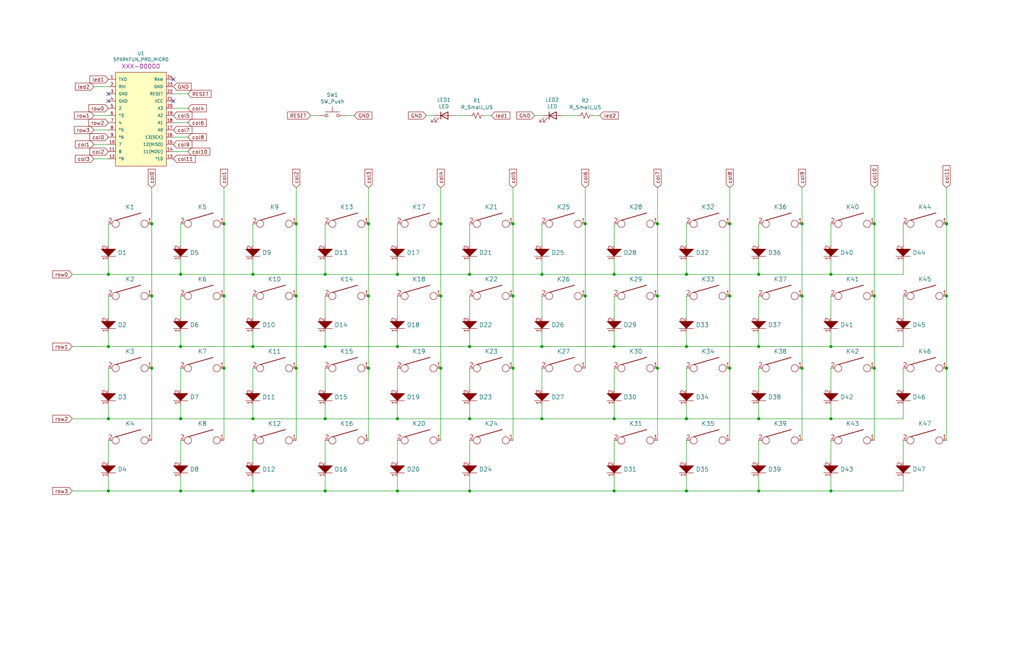
<source format=kicad_sch>
(kicad_sch (version 20230121) (generator eeschema)
  (paper "User" 359.994 229.997)
  (lib_symbols
    (symbol "Device:LED" (pin_numbers hide) (pin_names (offset 1.016) hide)
      (property "Reference" "D" (at 0 2.54 0))
      (property "Value" "LED" (at 0 -2.54 0))
      (symbol "LED_0_1"
        (polyline (pts (xy -1.27 -1.27) (xy -1.27 1.27)) (stroke (width 0.254)))
        (polyline (pts (xy -1.27 0) (xy 1.27 0)))
        (polyline (pts (xy 1.27 -1.27) (xy 1.27 1.27) (xy -1.27 0) (xy 1.27 -1.27)) (stroke (width 0.254)))
        (polyline (pts (xy -3.048 -0.762) (xy -4.572 -2.286) (xy -3.81 -2.286) (xy -4.572 -2.286) (xy -4.572 -1.524)))
        (polyline (pts (xy -1.778 -0.762) (xy -3.302 -2.286) (xy -2.54 -2.286) (xy -3.302 -2.286) (xy -3.302 -1.524)))
      )
      (symbol "LED_1_1"
        (pin passive line (at -3.81 0 0) (length 2.54) (name "K") (number "1"))
        (pin passive line (at 3.81 0 180) (length 2.54) (name "A") (number "2"))
      )
    )
    (symbol "Device:R_Small_US" (pin_numbers hide) (pin_names (offset 0.254) hide)
      (property "Reference" "R" (at 0.762 0.508 0))
      (property "Value" "R_Small_US" (at 0.762 -1.016 0))
      (symbol "R_Small_US_1_1"
        (polyline (pts (xy 0 0) (xy 1.016 -0.381) (xy 0 -0.762) (xy -1.016 -1.143) (xy 0 -1.524)))
        (polyline (pts (xy 0 1.524) (xy 1.016 1.143) (xy 0 0.762) (xy -1.016 0.381) (xy 0 0)))
        (pin passive line (at 0 2.54 270) (length 1.016) (name "~") (number "1"))
        (pin passive line (at 0 -2.54 90) (length 1.016) (name "~") (number "2"))
      )
    )
    (symbol "Switch:SW_Push" (pin_numbers hide) (pin_names (offset 1.016) hide)
      (property "Reference" "SW" (at 1.27 2.54 0))
      (property "Value" "SW_Push" (at 0 -1.524 0))
      (symbol "SW_Push_0_1"
        (circle (center -2.032 0) (radius 0.508))
        (polyline (pts (xy 0 1.27) (xy 0 3.048)))
        (polyline (pts (xy 2.54 1.27) (xy -2.54 1.27)))
        (circle (center 2.032 0) (radius 0.508))
        (pin passive line (at -5.08 0 0) (length 2.54) (name "1") (number "1"))
        (pin passive line (at 5.08 0 180) (length 2.54) (name "2") (number "2"))
      )
    )
    (symbol "code40-rescue:D-keyboard_parts" (pin_names (offset 1.016))
      (property "Reference" "D" (at -3.81 -1.27 90))
      (symbol "D-keyboard_parts_0_1"
        (polyline (pts (xy -2.54 0) (xy 2.54 0)))
        (polyline (pts (xy 0 0) (xy -2.54 -2.54) (xy 2.54 -2.54) (xy 0 0)) (fill (type outline)))
      )
      (symbol "D-keyboard_parts_1_1"
        (pin passive line (at 0 1.27 270) (length 1.27) (name "~") (number "1"))
        (pin passive line (at 0 -3.81 90) (length 1.27) (name "~") (number "2"))
      )
    )
    (symbol "code40-rescue:KEYSW-keyboard_parts" (pin_names (offset 1.016))
      (property "Reference" "K?" (at -1.27 0 0))
      (symbol "KEYSW-keyboard_parts_0_1"
        (circle (center -5.08 0) (radius 1.27))
        (polyline (pts (xy -5.08 1.27) (xy 3.81 3.81)) (stroke (width 0.254)))
        (circle (center 5.08 0) (radius 1.27))
      )
      (symbol "KEYSW-keyboard_parts_1_1"
        (pin passive line (at 7.62 0 180) (length 1.27) (name "~") (number "1"))
        (pin passive line (at -7.62 0 0) (length 1.27) (name "~") (number "2"))
      )
    )
    (symbol "code40-rescue:SPARKFUN_PRO_MICRO-SparkFun-Boards" (pin_names (offset 1.016))
      (property "Reference" "B" (at -8.89 17.78 0))
      (property "Value" "SparkFun-Boards_SPARKFUN_PRO_MICRO" (at -8.89 -19.05 0))
      (property "Field4" "XXX-00000" (at 0 21.59 0))
      (symbol "SPARKFUN_PRO_MICRO-SparkFun-Boards_1_1"
        (polyline (pts (xy -8.89 16.51) (xy -8.89 -16.51) (xy 8.89 -16.51) (xy 8.89 16.51) (xy -8.89 16.51)) (fill (type background)))
        (pin bidirectional line (at -11.43 13.97 0) (length 2.54) (name "TXO") (number "1"))
        (pin bidirectional line (at -11.43 -8.89 0) (length 2.54) (name "7") (number "10"))
        (pin bidirectional line (at -11.43 -11.43 0) (length 2.54) (name "8") (number "11"))
        (pin bidirectional line (at -11.43 -13.97 0) (length 2.54) (name "*9") (number "12"))
        (pin bidirectional line (at 11.43 -13.97 180) (length 2.54) (name "*10") (number "13"))
        (pin bidirectional line (at 11.43 -11.43 180) (length 2.54) (name "11(MOSI)") (number "14"))
        (pin bidirectional line (at 11.43 -8.89 180) (length 2.54) (name "12(MISO)") (number "15"))
        (pin bidirectional line (at 11.43 -6.35 180) (length 2.54) (name "13(SCK)") (number "16"))
        (pin bidirectional line (at 11.43 -3.81 180) (length 2.54) (name "A0") (number "17"))
        (pin bidirectional line (at 11.43 -1.27 180) (length 2.54) (name "A1") (number "18"))
        (pin bidirectional line (at 11.43 1.27 180) (length 2.54) (name "A2") (number "19"))
        (pin bidirectional line (at -11.43 11.43 0) (length 2.54) (name "RXI") (number "2"))
        (pin bidirectional line (at 11.43 3.81 180) (length 2.54) (name "A3") (number "20"))
        (pin power_in line (at 11.43 6.35 180) (length 2.54) (name "VCC") (number "21"))
        (pin bidirectional line (at 11.43 8.89 180) (length 2.54) (name "RESET") (number "22"))
        (pin power_in line (at 11.43 11.43 180) (length 2.54) (name "GND") (number "23"))
        (pin power_in line (at 11.43 13.97 180) (length 2.54) (name "RAW") (number "24"))
        (pin power_in line (at -11.43 8.89 0) (length 2.54) (name "GND") (number "3"))
        (pin power_in line (at -11.43 6.35 0) (length 2.54) (name "GND") (number "4"))
        (pin bidirectional line (at -11.43 3.81 0) (length 2.54) (name "2") (number "5"))
        (pin bidirectional line (at -11.43 1.27 0) (length 2.54) (name "*3") (number "6"))
        (pin bidirectional line (at -11.43 -1.27 0) (length 2.54) (name "4") (number "7"))
        (pin bidirectional line (at -11.43 -3.81 0) (length 2.54) (name "*5") (number "8"))
        (pin bidirectional line (at -11.43 -6.35 0) (length 2.54) (name "*6") (number "9"))
      )
    )
  )
  (junction (at 139.7 121.92))
  (junction (at 332.74 104.14))
  (junction (at 215.9 172.72))
  (junction (at 165.1 121.92))
  (junction (at 63.5 147.32))
  (junction (at 78.74 104.14))
  (junction (at 139.7 147.32))
  (junction (at 78.74 129.54))
  (junction (at 88.9 121.92))
  (junction (at 38.1 96.52))
  (junction (at 241.3 147.32))
  (junction (at 104.14 129.54))
  (junction (at 139.7 96.52))
  (junction (at 266.7 121.92))
  (junction (at 154.94 104.14))
  (junction (at 114.3 147.32))
  (junction (at 88.9 96.52))
  (junction (at 281.94 104.14))
  (junction (at 241.3 121.92))
  (junction (at 292.1 96.52))
  (junction (at 165.1 96.52))
  (junction (at 256.54 129.54))
  (junction (at 38.1 121.92))
  (junction (at 63.5 121.92))
  (junction (at 231.14 129.54))
  (junction (at 215.9 147.32))
  (junction (at 38.1 147.32))
  (junction (at 266.7 147.32))
  (junction (at 215.9 96.52))
  (junction (at 281.94 129.54))
  (junction (at 180.34 104.14))
  (junction (at 165.1 172.72))
  (junction (at 190.5 147.32))
  (junction (at 38.1 172.72))
  (junction (at 281.94 78.74))
  (junction (at 231.14 78.74))
  (junction (at 256.54 78.74))
  (junction (at 266.7 172.72))
  (junction (at 53.34 78.74))
  (junction (at 205.74 104.14))
  (junction (at 307.34 78.74))
  (junction (at 332.74 129.54))
  (junction (at 104.14 78.74))
  (junction (at 215.9 121.92))
  (junction (at 307.34 104.14))
  (junction (at 154.94 78.74))
  (junction (at 129.54 129.54))
  (junction (at 114.3 96.52))
  (junction (at 180.34 78.74))
  (junction (at 129.54 104.14))
  (junction (at 231.14 104.14))
  (junction (at 114.3 172.72))
  (junction (at 165.1 147.32))
  (junction (at 307.34 129.54))
  (junction (at 292.1 121.92))
  (junction (at 241.3 96.52))
  (junction (at 205.74 78.74))
  (junction (at 63.5 96.52))
  (junction (at 292.1 147.32))
  (junction (at 129.54 78.74))
  (junction (at 292.1 172.72))
  (junction (at 114.3 121.92))
  (junction (at 190.5 121.92))
  (junction (at 180.34 129.54))
  (junction (at 190.5 96.52))
  (junction (at 266.7 96.52))
  (junction (at 88.9 147.32))
  (junction (at 332.74 78.74))
  (junction (at 104.14 104.14))
  (junction (at 53.34 104.14))
  (junction (at 256.54 104.14))
  (junction (at 78.74 78.74))
  (junction (at 63.5 172.72))
  (junction (at 139.7 172.72))
  (junction (at 241.3 172.72))
  (junction (at 88.9 172.72))
  (junction (at 53.34 129.54))
  (junction (at 154.94 129.54))
  (no_connect (at 60.96 27.94))
  (no_connect (at 38.1 35.56))
  (no_connect (at 38.1 33.02))
  (no_connect (at 60.96 35.56))
  (wire (pts (xy 139.7 96.52) (xy 139.7 91.44)))
  (wire (pts (xy 104.14 78.74) (xy 104.14 66.04)))
  (wire (pts (xy 165.1 40.64) (xy 160.02 40.64)))
  (wire (pts (xy 63.5 78.74) (xy 63.5 86.36)))
  (wire (pts (xy 88.9 121.92) (xy 88.9 116.84)))
  (wire (pts (xy 139.7 172.72) (xy 139.7 167.64)))
  (wire (pts (xy 165.1 96.52) (xy 165.1 91.44)))
  (wire (pts (xy 266.7 96.52) (xy 241.3 96.52)))
  (wire (pts (xy 266.7 121.92) (xy 241.3 121.92)))
  (wire (pts (xy 139.7 96.52) (xy 114.3 96.52)))
  (wire (pts (xy 307.34 78.74) (xy 307.34 66.04)))
  (wire (pts (xy 266.7 147.32) (xy 241.3 147.32)))
  (wire (pts (xy 114.3 172.72) (xy 88.9 172.72)))
  (wire (pts (xy 165.1 172.72) (xy 139.7 172.72)))
  (wire (pts (xy 241.3 172.72) (xy 241.3 167.64)))
  (wire (pts (xy 190.5 104.14) (xy 190.5 111.76)))
  (wire (pts (xy 317.5 91.44) (xy 317.5 96.52)))
  (wire (pts (xy 190.5 147.32) (xy 165.1 147.32)))
  (wire (pts (xy 292.1 121.92) (xy 266.7 121.92)))
  (wire (pts (xy 317.5 142.24) (xy 317.5 147.32)))
  (wire (pts (xy 317.5 116.84) (xy 317.5 121.92)))
  (wire (pts (xy 165.1 147.32) (xy 165.1 142.24)))
  (wire (pts (xy 104.14 78.74) (xy 104.14 104.14)))
  (wire (pts (xy 38.1 154.94) (xy 38.1 162.56)))
  (wire (pts (xy 88.9 172.72) (xy 63.5 172.72)))
  (wire (pts (xy 292.1 147.32) (xy 266.7 147.32)))
  (wire (pts (xy 215.9 78.74) (xy 215.9 86.36)))
  (wire (pts (xy 215.9 154.94) (xy 215.9 162.56)))
  (wire (pts (xy 266.7 121.92) (xy 266.7 116.84)))
  (wire (pts (xy 139.7 154.94) (xy 139.7 162.56)))
  (wire (pts (xy 63.5 154.94) (xy 63.5 162.56)))
  (wire (pts (xy 215.9 104.14) (xy 215.9 111.76)))
  (wire (pts (xy 292.1 172.72) (xy 292.1 167.64)))
  (wire (pts (xy 332.74 129.54) (xy 332.74 154.94)))
  (wire (pts (xy 266.7 172.72) (xy 241.3 172.72)))
  (wire (pts (xy 63.5 121.92) (xy 38.1 121.92)))
  (wire (pts (xy 53.34 104.14) (xy 53.34 129.54)))
  (wire (pts (xy 53.34 129.54) (xy 53.34 154.94)))
  (wire (pts (xy 215.9 121.92) (xy 190.5 121.92)))
  (wire (pts (xy 256.54 129.54) (xy 256.54 154.94)))
  (wire (pts (xy 241.3 121.92) (xy 215.9 121.92)))
  (wire (pts (xy 165.1 121.92) (xy 139.7 121.92)))
  (wire (pts (xy 180.34 129.54) (xy 180.34 154.94)))
  (wire (pts (xy 60.96 48.26) (xy 66.04 48.26)))
  (wire (pts (xy 78.74 78.74) (xy 78.74 66.04)))
  (wire (pts (xy 317.5 96.52) (xy 292.1 96.52)))
  (wire (pts (xy 317.5 121.92) (xy 292.1 121.92)))
  (wire (pts (xy 78.74 129.54) (xy 78.74 104.14)))
  (wire (pts (xy 165.1 96.52) (xy 139.7 96.52)))
  (wire (pts (xy 241.3 129.54) (xy 241.3 137.16)))
  (wire (pts (xy 170.18 40.64) (xy 172.72 40.64)))
  (wire (pts (xy 38.1 121.92) (xy 38.1 116.84)))
  (wire (pts (xy 241.3 96.52) (xy 241.3 91.44)))
  (wire (pts (xy 63.5 172.72) (xy 63.5 167.64)))
  (wire (pts (xy 190.5 78.74) (xy 190.5 86.36)))
  (wire (pts (xy 78.74 78.74) (xy 78.74 104.14)))
  (wire (pts (xy 241.3 154.94) (xy 241.3 162.56)))
  (wire (pts (xy 256.54 104.14) (xy 256.54 129.54)))
  (wire (pts (xy 165.1 78.74) (xy 165.1 86.36)))
  (wire (pts (xy 38.1 96.52) (xy 38.1 91.44)))
  (wire (pts (xy 139.7 147.32) (xy 139.7 142.24)))
  (wire (pts (xy 53.34 78.74) (xy 53.34 104.14)))
  (wire (pts (xy 63.5 96.52) (xy 63.5 91.44)))
  (wire (pts (xy 114.3 147.32) (xy 88.9 147.32)))
  (wire (pts (xy 190.5 129.54) (xy 190.5 137.16)))
  (wire (pts (xy 38.1 55.88) (xy 33.02 55.88)))
  (wire (pts (xy 241.3 96.52) (xy 215.9 96.52)))
  (wire (pts (xy 38.1 111.76) (xy 38.1 104.14)))
  (wire (pts (xy 332.74 78.74) (xy 332.74 104.14)))
  (wire (pts (xy 292.1 96.52) (xy 266.7 96.52)))
  (wire (pts (xy 317.5 172.72) (xy 292.1 172.72)))
  (wire (pts (xy 38.1 147.32) (xy 25.4 147.32)))
  (wire (pts (xy 190.5 96.52) (xy 165.1 96.52)))
  (wire (pts (xy 114.3 147.32) (xy 114.3 142.24)))
  (wire (pts (xy 292.1 129.54) (xy 292.1 137.16)))
  (wire (pts (xy 165.1 129.54) (xy 165.1 137.16)))
  (wire (pts (xy 139.7 104.14) (xy 139.7 111.76)))
  (wire (pts (xy 165.1 104.14) (xy 165.1 111.76)))
  (wire (pts (xy 38.1 45.72) (xy 33.02 45.72)))
  (wire (pts (xy 114.3 129.54) (xy 114.3 137.16)))
  (wire (pts (xy 114.3 121.92) (xy 114.3 116.84)))
  (wire (pts (xy 88.9 96.52) (xy 88.9 91.44)))
  (wire (pts (xy 231.14 78.74) (xy 231.14 104.14)))
  (wire (pts (xy 231.14 104.14) (xy 231.14 129.54)))
  (wire (pts (xy 180.34 104.14) (xy 180.34 129.54)))
  (wire (pts (xy 129.54 104.14) (xy 129.54 129.54)))
  (wire (pts (xy 281.94 78.74) (xy 281.94 66.04)))
  (wire (pts (xy 231.14 78.74) (xy 231.14 66.04)))
  (wire (pts (xy 139.7 121.92) (xy 139.7 116.84)))
  (wire (pts (xy 63.5 172.72) (xy 38.1 172.72)))
  (wire (pts (xy 165.1 121.92) (xy 165.1 116.84)))
  (wire (pts (xy 281.94 104.14) (xy 281.94 129.54)))
  (wire (pts (xy 307.34 129.54) (xy 307.34 104.14)))
  (wire (pts (xy 215.9 129.54) (xy 215.9 137.16)))
  (wire (pts (xy 88.9 154.94) (xy 88.9 162.56)))
  (wire (pts (xy 317.5 129.54) (xy 317.5 137.16)))
  (wire (pts (xy 292.1 147.32) (xy 292.1 142.24)))
  (wire (pts (xy 88.9 121.92) (xy 63.5 121.92)))
  (wire (pts (xy 63.5 147.32) (xy 63.5 142.24)))
  (wire (pts (xy 332.74 104.14) (xy 332.74 129.54)))
  (wire (pts (xy 266.7 96.52) (xy 266.7 91.44)))
  (wire (pts (xy 63.5 147.32) (xy 38.1 147.32)))
  (wire (pts (xy 88.9 147.32) (xy 63.5 147.32)))
  (wire (pts (xy 114.3 78.74) (xy 114.3 86.36)))
  (wire (pts (xy 154.94 78.74) (xy 154.94 66.04)))
  (wire (pts (xy 203.2 40.64) (xy 198.12 40.64)))
  (wire (pts (xy 111.76 40.64) (xy 109.22 40.64)))
  (wire (pts (xy 63.5 121.92) (xy 63.5 116.84)))
  (wire (pts (xy 124.46 40.64) (xy 121.92 40.64)))
  (wire (pts (xy 38.1 129.54) (xy 38.1 137.16)))
  (wire (pts (xy 292.1 121.92) (xy 292.1 116.84)))
  (wire (pts (xy 266.7 104.14) (xy 266.7 111.76)))
  (wire (pts (xy 307.34 129.54) (xy 307.34 154.94)))
  (wire (pts (xy 241.3 121.92) (xy 241.3 116.84)))
  (wire (pts (xy 307.34 78.74) (xy 307.34 104.14)))
  (wire (pts (xy 241.3 172.72) (xy 215.9 172.72)))
  (wire (pts (xy 154.94 78.74) (xy 154.94 104.14)))
  (wire (pts (xy 266.7 147.32) (xy 266.7 142.24)))
  (wire (pts (xy 165.1 172.72) (xy 165.1 167.64)))
  (wire (pts (xy 139.7 172.72) (xy 114.3 172.72)))
  (wire (pts (xy 63.5 96.52) (xy 38.1 96.52)))
  (wire (pts (xy 215.9 147.32) (xy 190.5 147.32)))
  (wire (pts (xy 332.74 78.74) (xy 332.74 66.04)))
  (wire (pts (xy 205.74 78.74) (xy 205.74 104.14)))
  (wire (pts (xy 215.9 172.72) (xy 165.1 172.72)))
  (wire (pts (xy 190.5 121.92) (xy 190.5 116.84)))
  (wire (pts (xy 180.34 78.74) (xy 180.34 66.04)))
  (wire (pts (xy 114.3 96.52) (xy 114.3 91.44)))
  (wire (pts (xy 266.7 154.94) (xy 266.7 162.56)))
  (wire (pts (xy 190.5 147.32) (xy 190.5 142.24)))
  (wire (pts (xy 78.74 129.54) (xy 78.74 154.94)))
  (wire (pts (xy 292.1 154.94) (xy 292.1 162.56)))
  (wire (pts (xy 129.54 78.74) (xy 129.54 104.14)))
  (wire (pts (xy 180.34 78.74) (xy 180.34 104.14)))
  (wire (pts (xy 215.9 147.32) (xy 215.9 142.24)))
  (wire (pts (xy 114.3 96.52) (xy 88.9 96.52)))
  (wire (pts (xy 104.14 104.14) (xy 104.14 129.54)))
  (wire (pts (xy 38.1 121.92) (xy 25.4 121.92)))
  (wire (pts (xy 292.1 172.72) (xy 266.7 172.72)))
  (wire (pts (xy 190.5 96.52) (xy 190.5 91.44)))
  (wire (pts (xy 38.1 78.74) (xy 38.1 86.36)))
  (wire (pts (xy 38.1 172.72) (xy 25.4 172.72)))
  (wire (pts (xy 88.9 172.72) (xy 88.9 167.64)))
  (wire (pts (xy 139.7 78.74) (xy 139.7 86.36)))
  (wire (pts (xy 154.94 129.54) (xy 154.94 104.14)))
  (wire (pts (xy 208.28 40.64) (xy 210.82 40.64)))
  (wire (pts (xy 241.3 78.74) (xy 241.3 86.36)))
  (wire (pts (xy 256.54 78.74) (xy 256.54 66.04)))
  (wire (pts (xy 152.4 40.64) (xy 149.86 40.64)))
  (wire (pts (xy 317.5 154.94) (xy 317.5 162.56)))
  (wire (pts (xy 281.94 129.54) (xy 281.94 154.94)))
  (wire (pts (xy 114.3 104.14) (xy 114.3 111.76)))
  (wire (pts (xy 215.9 121.92) (xy 215.9 116.84)))
  (wire (pts (xy 205.74 104.14) (xy 205.74 129.54)))
  (wire (pts (xy 114.3 121.92) (xy 88.9 121.92)))
  (wire (pts (xy 60.96 38.1) (xy 66.04 38.1)))
  (wire (pts (xy 38.1 50.8) (xy 33.02 50.8)))
  (wire (pts (xy 114.3 172.72) (xy 114.3 167.64)))
  (wire (pts (xy 215.9 172.72) (xy 215.9 167.64)))
  (wire (pts (xy 231.14 129.54) (xy 231.14 154.94)))
  (wire (pts (xy 256.54 78.74) (xy 256.54 104.14)))
  (wire (pts (xy 63.5 129.54) (xy 63.5 137.16)))
  (wire (pts (xy 129.54 129.54) (xy 129.54 154.94)))
  (wire (pts (xy 241.3 147.32) (xy 215.9 147.32)))
  (wire (pts (xy 266.7 172.72) (xy 266.7 167.64)))
  (wire (pts (xy 88.9 104.14) (xy 88.9 111.76)))
  (wire (pts (xy 129.54 78.74) (xy 129.54 66.04)))
  (wire (pts (xy 215.9 96.52) (xy 190.5 96.52)))
  (wire (pts (xy 281.94 78.74) (xy 281.94 104.14)))
  (wire (pts (xy 63.5 104.14) (xy 63.5 111.76)))
  (wire (pts (xy 38.1 40.64) (xy 33.02 40.64)))
  (wire (pts (xy 88.9 78.74) (xy 88.9 86.36)))
  (wire (pts (xy 317.5 104.14) (xy 317.5 111.76)))
  (wire (pts (xy 139.7 129.54) (xy 139.7 137.16)))
  (wire (pts (xy 114.3 154.94) (xy 114.3 162.56)))
  (wire (pts (xy 60.96 53.34) (xy 66.04 53.34)))
  (wire (pts (xy 88.9 147.32) (xy 88.9 142.24)))
  (wire (pts (xy 317.5 147.32) (xy 292.1 147.32)))
  (wire (pts (xy 38.1 172.72) (xy 38.1 167.64)))
  (wire (pts (xy 317.5 167.64) (xy 317.5 172.72)))
  (wire (pts (xy 88.9 129.54) (xy 88.9 137.16)))
  (wire (pts (xy 139.7 121.92) (xy 114.3 121.92)))
  (wire (pts (xy 165.1 154.94) (xy 165.1 162.56)))
  (wire (pts (xy 292.1 96.52) (xy 292.1 91.44)))
  (wire (pts (xy 154.94 129.54) (xy 154.94 154.94)))
  (wire (pts (xy 241.3 104.14) (xy 241.3 111.76)))
  (wire (pts (xy 317.5 78.74) (xy 317.5 86.36)))
  (wire (pts (xy 266.7 129.54) (xy 266.7 137.16)))
  (wire (pts (xy 60.96 33.02) (xy 66.04 33.02)))
  (wire (pts (xy 88.9 96.52) (xy 63.5 96.52)))
  (wire (pts (xy 190.5 40.64) (xy 187.96 40.64)))
  (wire (pts (xy 38.1 96.52) (xy 25.4 96.52)))
  (wire (pts (xy 165.1 147.32) (xy 139.7 147.32)))
  (wire (pts (xy 53.34 78.74) (xy 53.34 66.04)))
  (wire (pts (xy 205.74 78.74) (xy 205.74 66.04)))
  (wire (pts (xy 38.1 147.32) (xy 38.1 142.24)))
  (wire (pts (xy 38.1 30.48) (xy 33.02 30.48)))
  (wire (pts (xy 292.1 78.74) (xy 292.1 86.36)))
  (wire (pts (xy 190.5 121.92) (xy 165.1 121.92)))
  (wire (pts (xy 241.3 147.32) (xy 241.3 142.24)))
  (wire (pts (xy 266.7 78.74) (xy 266.7 86.36)))
  (wire (pts (xy 104.14 129.54) (xy 104.14 154.94)))
  (wire (pts (xy 292.1 104.14) (xy 292.1 111.76)))
  (wire (pts (xy 60.96 43.18) (xy 66.04 43.18)))
  (wire (pts (xy 215.9 96.52) (xy 215.9 91.44)))
  (wire (pts (xy 139.7 147.32) (xy 114.3 147.32)))
  (global_label "col8" (shape input) (at 256.54 66.04 90) (property "Intersheetrefs" "${INTERSHEET_REFS}" (effects hide)))
  (global_label "GND" (shape input) (at 124.46 40.64 0) (property "Intersheetrefs" "${INTERSHEET_REFS}" (effects hide)))
  (global_label "col0" (shape input) (at 53.34 66.04 90) (property "Intersheetrefs" "${INTERSHEET_REFS}" (effects hide)))
  (global_label "row3" (shape input) (at 33.02 45.72 180) (property "Intersheetrefs" "${INTERSHEET_REFS}" (effects hide)))
  (global_label "row3" (shape input) (at 25.4 172.72 180) (property "Intersheetrefs" "${INTERSHEET_REFS}" (effects hide)))
  (global_label "col3" (shape input) (at 33.02 55.88 180) (property "Intersheetrefs" "${INTERSHEET_REFS}" (effects hide)))
  (global_label "col5" (shape input) (at 60.96 40.64 0) (property "Intersheetrefs" "${INTERSHEET_REFS}" (effects hide)))
  (global_label "col1" (shape input) (at 33.02 50.8 180) (property "Intersheetrefs" "${INTERSHEET_REFS}" (effects hide)))
  (global_label "col9" (shape input) (at 60.96 50.8 0) (property "Intersheetrefs" "${INTERSHEET_REFS}" (effects hide)))
  (global_label "led1" (shape input) (at 172.72 40.64 0) (property "Intersheetrefs" "${INTERSHEET_REFS}" (effects hide)))
  (global_label "row0" (shape input) (at 38.1 38.1 180) (property "Intersheetrefs" "${INTERSHEET_REFS}" (effects hide)))
  (global_label "col9" (shape input) (at 281.94 66.04 90) (property "Intersheetrefs" "${INTERSHEET_REFS}" (effects hide)))
  (global_label "col1" (shape input) (at 78.74 66.04 90) (property "Intersheetrefs" "${INTERSHEET_REFS}" (effects hide)))
  (global_label "col0" (shape input) (at 38.1 48.26 180) (property "Intersheetrefs" "${INTERSHEET_REFS}" (effects hide)))
  (global_label "col6" (shape input) (at 205.74 66.04 90) (property "Intersheetrefs" "${INTERSHEET_REFS}" (effects hide)))
  (global_label "RESET" (shape input) (at 109.22 40.64 180) (property "Intersheetrefs" "${INTERSHEET_REFS}" (effects hide)))
  (global_label "RESET" (shape input) (at 66.04 33.02 0) (property "Intersheetrefs" "${INTERSHEET_REFS}" (effects hide)))
  (global_label "row1" (shape input) (at 33.02 40.64 180) (property "Intersheetrefs" "${INTERSHEET_REFS}" (effects hide)))
  (global_label "row2" (shape input) (at 25.4 147.32 180) (property "Intersheetrefs" "${INTERSHEET_REFS}" (effects hide)))
  (global_label "col4" (shape input) (at 66.04 38.1 0) (property "Intersheetrefs" "${INTERSHEET_REFS}" (effects hide)))
  (global_label "col11" (shape input) (at 60.96 55.88 0) (property "Intersheetrefs" "${INTERSHEET_REFS}" (effects hide)))
  (global_label "col10" (shape input) (at 66.04 53.34 0) (property "Intersheetrefs" "${INTERSHEET_REFS}" (effects hide)))
  (global_label "led1" (shape input) (at 38.1 27.94 180) (property "Intersheetrefs" "${INTERSHEET_REFS}" (effects hide)))
  (global_label "GND" (shape input) (at 60.96 30.48 0) (property "Intersheetrefs" "${INTERSHEET_REFS}" (effects hide)))
  (global_label "col7" (shape input) (at 60.96 45.72 0) (property "Intersheetrefs" "${INTERSHEET_REFS}" (effects hide)))
  (global_label "col11" (shape input) (at 332.74 66.04 90) (property "Intersheetrefs" "${INTERSHEET_REFS}" (effects hide)))
  (global_label "col4" (shape input) (at 154.94 66.04 90) (property "Intersheetrefs" "${INTERSHEET_REFS}" (effects hide)))
  (global_label "col10" (shape input) (at 307.34 66.04 90) (property "Intersheetrefs" "${INTERSHEET_REFS}" (effects hide)))
  (global_label "GND" (shape input) (at 187.96 40.64 180) (property "Intersheetrefs" "${INTERSHEET_REFS}" (effects hide)))
  (global_label "led2" (shape input) (at 33.02 30.48 180) (property "Intersheetrefs" "${INTERSHEET_REFS}" (effects hide)))
  (global_label "row2" (shape input) (at 38.1 43.18 180) (property "Intersheetrefs" "${INTERSHEET_REFS}" (effects hide)))
  (global_label "GND" (shape input) (at 149.86 40.64 180) (property "Intersheetrefs" "${INTERSHEET_REFS}" (effects hide)))
  (global_label "row1" (shape input) (at 25.4 121.92 180) (property "Intersheetrefs" "${INTERSHEET_REFS}" (effects hide)))
  (global_label "col2" (shape input) (at 104.14 66.04 90) (property "Intersheetrefs" "${INTERSHEET_REFS}" (effects hide)))
  (global_label "col3" (shape input) (at 129.54 66.04 90) (property "Intersheetrefs" "${INTERSHEET_REFS}" (effects hide)))
  (global_label "col6" (shape input) (at 66.04 43.18 0) (property "Intersheetrefs" "${INTERSHEET_REFS}" (effects hide)))
  (global_label "row0" (shape input) (at 25.4 96.52 180) (property "Intersheetrefs" "${INTERSHEET_REFS}" (effects hide)))
  (global_label "col2" (shape input) (at 38.1 53.34 180) (property "Intersheetrefs" "${INTERSHEET_REFS}" (effects hide)))
  (global_label "col5" (shape input) (at 180.34 66.04 90) (property "Intersheetrefs" "${INTERSHEET_REFS}" (effects hide)))
  (global_label "led2" (shape input) (at 210.82 40.64 0) (property "Intersheetrefs" "${INTERSHEET_REFS}" (effects hide)))
  (global_label "col8" (shape input) (at 66.04 48.26 0) (property "Intersheetrefs" "${INTERSHEET_REFS}" (effects hide)))
  (global_label "col7" (shape input) (at 231.14 66.04 90) (property "Intersheetrefs" "${INTERSHEET_REFS}" (effects hide)))
  (symbol (lib_id "code40-rescue:SPARKFUN_PRO_MICRO-SparkFun-Boards") (at 49.53 41.91 0) (unit 1)
    (property "Reference" "U1" (at 49.53 18.796 0) (effects (font (size 1.143 1.143))))
    (property "Value" "SPARKFUN_PRO_MICRO" (at 49.53 20.9296 0) (effects (font (size 1.143 1.143))))
    (property "Footprint" "Boards:SPARKFUN_PRO_MICRO" (effects hide))
    (property "Field4" "XXX-00000" (at 49.53 23.3426 0) (effects (font (size 1.524 1.524))))
  )
  (symbol (lib_id "Switch:SW_Push") (at 116.84 40.64 0) (unit 1)
    (property "Reference" "SW1" (at 116.84 33.401 0))
    (property "Value" "SW_Push" (at 116.84 35.7124 0))
    (property "Footprint" "Button_Switch_THT:SW_PUSH_6mm" (effects hide))
  )
  (symbol (lib_id "Device:LED") (at 156.21 40.64 0) (unit 1)
    (property "Reference" "LED1" (at 156.0322 35.1282 0))
    (property "Value" "LED" (at 156.0322 37.4396 0))
    (property "Footprint" "LED_THT:LED_D5.0mm" (effects hide))
  )
  (symbol (lib_id "Device:R_Small_US") (at 167.64 40.64 270) (unit 1)
    (property "Reference" "R1" (at 167.64 35.433 90))
    (property "Value" "R_Small_US" (at 167.64 37.7444 90))
    (property "Footprint" "Resistor_THT:R_Axial_DIN0207_L6.3mm_D2.5mm_P10.16mm_Horizontal" (effects hide))
  )
  (symbol (lib_id "code40-rescue:KEYSW-keyboard_parts") (at 71.12 78.74 0) (unit 1)
    (property "Reference" "K5" (at 71.12 72.8218 0) (effects (font (size 1.524 1.524))))
    (property "Value" "KEYSW" (effects hide))
    (property "Footprint" "keyboard_parts:SW_Cherry_MX_1.00u_PCB" (effects hide))
  )
  (symbol (lib_id "code40-rescue:KEYSW-keyboard_parts") (at 71.12 104.14 0) (unit 1)
    (property "Reference" "K6" (at 71.12 98.2218 0) (effects (font (size 1.524 1.524))))
    (property "Value" "KEYSW" (effects hide))
    (property "Footprint" "keyboard_parts:SW_Cherry_MX_1.00u_PCB" (effects hide))
  )
  (symbol (lib_id "code40-rescue:KEYSW-keyboard_parts") (at 71.12 129.54 0) (unit 1)
    (property "Reference" "K7" (at 71.12 123.6218 0) (effects (font (size 1.524 1.524))))
    (property "Value" "KEYSW" (effects hide))
    (property "Footprint" "keyboard_parts:SW_Cherry_MX_1.00u_PCB" (effects hide))
  )
  (symbol (lib_id "code40-rescue:KEYSW-keyboard_parts") (at 71.12 154.94 0) (unit 1)
    (property "Reference" "K8" (at 71.12 149.0218 0) (effects (font (size 1.524 1.524))))
    (property "Value" "KEYSW" (effects hide))
    (property "Footprint" "keyboard_parts:SW_Cherry_MX_1.00u_PCB" (effects hide))
  )
  (symbol (lib_id "code40-rescue:KEYSW-keyboard_parts") (at 96.52 78.74 0) (unit 1)
    (property "Reference" "K9" (at 96.52 72.8218 0) (effects (font (size 1.524 1.524))))
    (property "Value" "KEYSW" (effects hide))
    (property "Footprint" "keyboard_parts:SW_Cherry_MX_1.00u_PCB" (effects hide))
  )
  (symbol (lib_id "code40-rescue:KEYSW-keyboard_parts") (at 96.52 104.14 0) (unit 1)
    (property "Reference" "K10" (at 96.52 98.2218 0) (effects (font (size 1.524 1.524))))
    (property "Value" "KEYSW" (effects hide))
    (property "Footprint" "keyboard_parts:SW_Cherry_MX_1.00u_PCB" (effects hide))
  )
  (symbol (lib_id "code40-rescue:KEYSW-keyboard_parts") (at 96.52 129.54 0) (unit 1)
    (property "Reference" "K11" (at 96.52 123.6218 0) (effects (font (size 1.524 1.524))))
    (property "Value" "KEYSW" (effects hide))
    (property "Footprint" "keyboard_parts:SW_Cherry_MX_1.00u_PCB" (effects hide))
  )
  (symbol (lib_id "code40-rescue:KEYSW-keyboard_parts") (at 96.52 154.94 0) (unit 1)
    (property "Reference" "K12" (at 96.52 149.0218 0) (effects (font (size 1.524 1.524))))
    (property "Value" "KEYSW" (effects hide))
    (property "Footprint" "keyboard_parts:SW_Cherry_MX_1.00u_PCB" (effects hide))
  )
  (symbol (lib_id "code40-rescue:KEYSW-keyboard_parts") (at 121.92 78.74 0) (unit 1)
    (property "Reference" "K13" (at 121.92 72.8218 0) (effects (font (size 1.524 1.524))))
    (property "Value" "KEYSW" (effects hide))
    (property "Footprint" "keyboard_parts:SW_Cherry_MX_1.00u_PCB" (effects hide))
  )
  (symbol (lib_id "code40-rescue:KEYSW-keyboard_parts") (at 121.92 104.14 0) (unit 1)
    (property "Reference" "K14" (at 121.92 98.2218 0) (effects (font (size 1.524 1.524))))
    (property "Value" "KEYSW" (effects hide))
    (property "Footprint" "keyboard_parts:SW_Cherry_MX_1.00u_PCB" (effects hide))
  )
  (symbol (lib_id "code40-rescue:KEYSW-keyboard_parts") (at 121.92 129.54 0) (unit 1)
    (property "Reference" "K15" (at 121.92 123.6218 0) (effects (font (size 1.524 1.524))))
    (property "Value" "KEYSW" (effects hide))
    (property "Footprint" "keyboard_parts:SW_Cherry_MX_1.00u_PCB" (effects hide))
  )
  (symbol (lib_id "code40-rescue:KEYSW-keyboard_parts") (at 121.92 154.94 0) (unit 1)
    (property "Reference" "K16" (at 121.92 149.0218 0) (effects (font (size 1.524 1.524))))
    (property "Value" "KEYSW" (effects hide))
    (property "Footprint" "keyboard_parts:SW_Cherry_MX_1.00u_PCB" (effects hide))
  )
  (symbol (lib_id "code40-rescue:KEYSW-keyboard_parts") (at 147.32 78.74 0) (unit 1)
    (property "Reference" "K17" (at 147.32 72.8218 0) (effects (font (size 1.524 1.524))))
    (property "Value" "KEYSW" (effects hide))
    (property "Footprint" "keyboard_parts:SW_Cherry_MX_1.00u_PCB" (effects hide))
  )
  (symbol (lib_id "code40-rescue:KEYSW-keyboard_parts") (at 147.32 104.14 0) (unit 1)
    (property "Reference" "K18" (at 147.32 98.2218 0) (effects (font (size 1.524 1.524))))
    (property "Value" "KEYSW" (effects hide))
    (property "Footprint" "keyboard_parts:SW_Cherry_MX_1.00u_PCB" (effects hide))
  )
  (symbol (lib_id "code40-rescue:KEYSW-keyboard_parts") (at 147.32 129.54 0) (unit 1)
    (property "Reference" "K19" (at 147.32 123.6218 0) (effects (font (size 1.524 1.524))))
    (property "Value" "KEYSW" (effects hide))
    (property "Footprint" "keyboard_parts:SW_Cherry_MX_1.00u_PCB" (effects hide))
  )
  (symbol (lib_id "code40-rescue:KEYSW-keyboard_parts") (at 147.32 154.94 0) (unit 1)
    (property "Reference" "K20" (at 147.32 149.0218 0) (effects (font (size 1.524 1.524))))
    (property "Value" "KEYSW" (effects hide))
    (property "Footprint" "keyboard_parts:SW_Cherry_MX_1.00u_PCB" (effects hide))
  )
  (symbol (lib_id "code40-rescue:KEYSW-keyboard_parts") (at 172.72 78.74 0) (unit 1)
    (property "Reference" "K21" (at 172.72 72.8218 0) (effects (font (size 1.524 1.524))))
    (property "Value" "KEYSW" (effects hide))
    (property "Footprint" "keyboard_parts:SW_Cherry_MX_1.00u_PCB" (effects hide))
  )
  (symbol (lib_id "code40-rescue:KEYSW-keyboard_parts") (at 172.72 104.14 0) (unit 1)
    (property "Reference" "K22" (at 172.72 98.2218 0) (effects (font (size 1.524 1.524))))
    (property "Value" "KEYSW" (effects hide))
    (property "Footprint" "keyboard_parts:SW_Cherry_MX_1.00u_PCB" (effects hide))
  )
  (symbol (lib_id "code40-rescue:KEYSW-keyboard_parts") (at 172.72 129.54 0) (unit 1)
    (property "Reference" "K23" (at 172.72 123.6218 0) (effects (font (size 1.524 1.524))))
    (property "Value" "KEYSW" (effects hide))
    (property "Footprint" "keyboard_parts:SW_Cherry_MX_1.00u_PCB" (effects hide))
  )
  (symbol (lib_id "code40-rescue:KEYSW-keyboard_parts") (at 45.72 78.74 0) (unit 1)
    (property "Reference" "K1" (at 45.72 72.8218 0) (effects (font (size 1.524 1.524))))
    (property "Value" "KEYSW" (effects hide))
    (property "Footprint" "keyboard_parts:SW_Cherry_MX_1.00u_PCB" (effects hide))
  )
  (symbol (lib_id "code40-rescue:KEYSW-keyboard_parts") (at 45.72 104.14 0) (unit 1)
    (property "Reference" "K2" (at 45.72 98.2218 0) (effects (font (size 1.524 1.524))))
    (property "Value" "KEYSW" (effects hide))
    (property "Footprint" "keyboard_parts:SW_Cherry_MX_1.00u_PCB" (effects hide))
  )
  (symbol (lib_id "code40-rescue:KEYSW-keyboard_parts") (at 45.72 129.54 0) (unit 1)
    (property "Reference" "K3" (at 45.72 123.6218 0) (effects (font (size 1.524 1.524))))
    (property "Value" "KEYSW" (effects hide))
    (property "Footprint" "keyboard_parts:SW_Cherry_MX_1.00u_PCB" (effects hide))
  )
  (symbol (lib_id "code40-rescue:KEYSW-keyboard_parts") (at 45.72 154.94 0) (unit 1)
    (property "Reference" "K4" (at 45.72 149.0218 0) (effects (font (size 1.524 1.524))))
    (property "Value" "KEYSW" (effects hide))
    (property "Footprint" "keyboard_parts:SW_Cherry_MX_1.00u_PCB" (effects hide))
  )
  (symbol (lib_id "code40-rescue:KEYSW-keyboard_parts") (at 223.52 78.74 0) (unit 1)
    (property "Reference" "K28" (at 223.52 72.8218 0) (effects (font (size 1.524 1.524))))
    (property "Value" "KEYSW" (effects hide))
    (property "Footprint" "keyboard_parts:SW_Cherry_MX_1.00u_PCB" (effects hide))
  )
  (symbol (lib_id "code40-rescue:KEYSW-keyboard_parts") (at 223.52 104.14 0) (unit 1)
    (property "Reference" "K29" (at 223.52 98.2218 0) (effects (font (size 1.524 1.524))))
    (property "Value" "KEYSW" (effects hide))
    (property "Footprint" "keyboard_parts:SW_Cherry_MX_1.00u_PCB" (effects hide))
  )
  (symbol (lib_id "code40-rescue:KEYSW-keyboard_parts") (at 223.52 129.54 0) (unit 1)
    (property "Reference" "K30" (at 223.52 123.6218 0) (effects (font (size 1.524 1.524))))
    (property "Value" "KEYSW" (effects hide))
    (property "Footprint" "keyboard_parts:SW_Cherry_MX_1.00u_PCB" (effects hide))
  )
  (symbol (lib_id "code40-rescue:KEYSW-keyboard_parts") (at 223.52 154.94 0) (unit 1)
    (property "Reference" "K31" (at 223.52 149.0218 0) (effects (font (size 1.524 1.524))))
    (property "Value" "KEYSW" (effects hide))
    (property "Footprint" "keyboard_parts:SW_Cherry_MX_1.00u_PCB" (effects hide))
  )
  (symbol (lib_id "code40-rescue:KEYSW-keyboard_parts") (at 248.92 78.74 0) (unit 1)
    (property "Reference" "K32" (at 248.92 72.8218 0) (effects (font (size 1.524 1.524))))
    (property "Value" "KEYSW" (effects hide))
    (property "Footprint" "keyboard_parts:SW_Cherry_MX_1.00u_PCB" (effects hide))
  )
  (symbol (lib_id "code40-rescue:KEYSW-keyboard_parts") (at 248.92 104.14 0) (unit 1)
    (property "Reference" "K33" (at 248.92 98.2218 0) (effects (font (size 1.524 1.524))))
    (property "Value" "KEYSW" (effects hide))
    (property "Footprint" "keyboard_parts:SW_Cherry_MX_1.00u_PCB" (effects hide))
  )
  (symbol (lib_id "code40-rescue:KEYSW-keyboard_parts") (at 248.92 129.54 0) (unit 1)
    (property "Reference" "K34" (at 248.92 123.6218 0) (effects (font (size 1.524 1.524))))
    (property "Value" "KEYSW" (effects hide))
    (property "Footprint" "keyboard_parts:SW_Cherry_MX_1.00u_PCB" (effects hide))
  )
  (symbol (lib_id "code40-rescue:KEYSW-keyboard_parts") (at 248.92 154.94 0) (unit 1)
    (property "Reference" "K35" (at 248.92 149.0218 0) (effects (font (size 1.524 1.524))))
    (property "Value" "KEYSW" (effects hide))
    (property "Footprint" "keyboard_parts:SW_Cherry_MX_1.00u_PCB" (effects hide))
  )
  (symbol (lib_id "code40-rescue:KEYSW-keyboard_parts") (at 274.32 78.74 0) (unit 1)
    (property "Reference" "K36" (at 274.32 72.8218 0) (effects (font (size 1.524 1.524))))
    (property "Value" "KEYSW" (effects hide))
    (property "Footprint" "keyboard_parts:SW_Cherry_MX_1.00u_PCB" (effects hide))
  )
  (symbol (lib_id "code40-rescue:KEYSW-keyboard_parts") (at 274.32 104.14 0) (unit 1)
    (property "Reference" "K37" (at 274.32 98.2218 0) (effects (font (size 1.524 1.524))))
    (property "Value" "KEYSW" (effects hide))
    (property "Footprint" "keyboard_parts:SW_Cherry_MX_1.00u_PCB" (effects hide))
  )
  (symbol (lib_id "code40-rescue:KEYSW-keyboard_parts") (at 274.32 129.54 0) (unit 1)
    (property "Reference" "K38" (at 274.32 123.6218 0) (effects (font (size 1.524 1.524))))
    (property "Value" "KEYSW" (effects hide))
    (property "Footprint" "keyboard_parts:SW_Cherry_MX_1.00u_PCB" (effects hide))
  )
  (symbol (lib_id "code40-rescue:KEYSW-keyboard_parts") (at 274.32 154.94 0) (unit 1)
    (property "Reference" "K39" (at 274.32 149.0218 0) (effects (font (size 1.524 1.524))))
    (property "Value" "KEYSW" (effects hide))
    (property "Footprint" "keyboard_parts:SW_Cherry_MX_1.00u_PCB" (effects hide))
  )
  (symbol (lib_id "code40-rescue:KEYSW-keyboard_parts") (at 299.72 78.74 0) (unit 1)
    (property "Reference" "K40" (at 299.72 72.8218 0) (effects (font (size 1.524 1.524))))
    (property "Value" "KEYSW" (effects hide))
    (property "Footprint" "keyboard_parts:SW_Cherry_MX_1.00u_PCB" (effects hide))
  )
  (symbol (lib_id "code40-rescue:KEYSW-keyboard_parts") (at 299.72 104.14 0) (unit 1)
    (property "Reference" "K41" (at 299.72 98.2218 0) (effects (font (size 1.524 1.524))))
    (property "Value" "KEYSW" (effects hide))
    (property "Footprint" "keyboard_parts:SW_Cherry_MX_1.00u_PCB" (effects hide))
  )
  (symbol (lib_id "code40-rescue:KEYSW-keyboard_parts") (at 299.72 129.54 0) (unit 1)
    (property "Reference" "K42" (at 299.72 123.6218 0) (effects (font (size 1.524 1.524))))
    (property "Value" "KEYSW" (effects hide))
    (property "Footprint" "keyboard_parts:SW_Cherry_MX_1.00u_PCB" (effects hide))
  )
  (symbol (lib_id "code40-rescue:KEYSW-keyboard_parts") (at 299.72 154.94 0) (unit 1)
    (property "Reference" "K43" (at 299.72 149.0218 0) (effects (font (size 1.524 1.524))))
    (property "Value" "KEYSW" (effects hide))
    (property "Footprint" "keyboard_parts:SW_Cherry_MX_1.00u_PCB" (effects hide))
  )
  (symbol (lib_id "code40-rescue:KEYSW-keyboard_parts") (at 325.12 78.74 0) (unit 1)
    (property "Reference" "K44" (at 325.12 72.8218 0) (effects (font (size 1.524 1.524))))
    (property "Value" "KEYSW" (effects hide))
    (property "Footprint" "keyboard_parts:SW_Cherry_MX_1.00u_PCB" (effects hide))
  )
  (symbol (lib_id "code40-rescue:KEYSW-keyboard_parts") (at 325.12 104.14 0) (unit 1)
    (property "Reference" "K45" (at 325.12 98.2218 0) (effects (font (size 1.524 1.524))))
    (property "Value" "KEYSW" (effects hide))
    (property "Footprint" "keyboard_parts:SW_Cherry_MX_1.00u_PCB" (effects hide))
  )
  (symbol (lib_id "code40-rescue:KEYSW-keyboard_parts") (at 325.12 129.54 0) (unit 1)
    (property "Reference" "K46" (at 325.12 123.6218 0) (effects (font (size 1.524 1.524))))
    (property "Value" "KEYSW" (effects hide))
    (property "Footprint" "keyboard_parts:SW_Cherry_MX_1.00u_PCB" (effects hide))
  )
  (symbol (lib_id "code40-rescue:KEYSW-keyboard_parts") (at 325.12 154.94 0) (unit 1)
    (property "Reference" "K47" (at 325.12 149.0218 0) (effects (font (size 1.524 1.524))))
    (property "Value" "KEYSW" (effects hide))
    (property "Footprint" "keyboard_parts:SW_Cherry_MX_1.00u_PCB" (effects hide))
  )
  (symbol (lib_id "code40-rescue:KEYSW-keyboard_parts") (at 198.12 78.74 0) (unit 1)
    (property "Reference" "K25" (at 198.12 72.8218 0) (effects (font (size 1.524 1.524))))
    (property "Value" "KEYSW" (effects hide))
    (property "Footprint" "keyboard_parts:SW_Cherry_MX_1.00u_PCB" (effects hide))
  )
  (symbol (lib_id "code40-rescue:KEYSW-keyboard_parts") (at 198.12 104.14 0) (unit 1)
    (property "Reference" "K26" (at 198.12 98.2218 0) (effects (font (size 1.524 1.524))))
    (property "Value" "KEYSW" (effects hide))
    (property "Footprint" "keyboard_parts:SW_Cherry_MX_1.00u_PCB" (effects hide))
  )
  (symbol (lib_id "code40-rescue:KEYSW-keyboard_parts") (at 198.12 129.54 0) (unit 1)
    (property "Reference" "K27" (at 198.12 123.6218 0) (effects (font (size 1.524 1.524))))
    (property "Value" "KEYSW" (effects hide))
    (property "Footprint" "keyboard_parts:SW_Cherry_MX_1.00u_PCB" (effects hide))
  )
  (symbol (lib_id "code40-rescue:KEYSW-keyboard_parts") (at 172.72 154.94 0) (unit 1)
    (property "Reference" "K24" (at 172.72 149.0218 0) (effects (font (size 1.524 1.524))))
    (property "Value" "KEYSW" (effects hide))
    (property "Footprint" "keyboard_parts:SW_Cherry_MX_2.00u_PCB" (effects hide))
  )
  (symbol (lib_id "code40-rescue:D-keyboard_parts") (at 38.1 90.17 180) (unit 1)
    (property "Reference" "D1" (at 41.3512 88.9 0) (effects (font (size 1.524 1.524)) (justify right)))
    (property "Value" "D" (effects hide))
    (property "Footprint" "keyboard_parts:D_axial" (effects hide))
  )
  (symbol (lib_id "code40-rescue:D-keyboard_parts") (at 38.1 115.57 180) (unit 1)
    (property "Reference" "D2" (at 41.3512 114.3 0) (effects (font (size 1.524 1.524)) (justify right)))
    (property "Value" "D" (effects hide))
    (property "Footprint" "keyboard_parts:D_axial" (effects hide))
  )
  (symbol (lib_id "code40-rescue:D-keyboard_parts") (at 38.1 140.97 180) (unit 1)
    (property "Reference" "D3" (at 41.3512 139.7 0) (effects (font (size 1.524 1.524)) (justify right)))
    (property "Value" "D" (effects hide))
    (property "Footprint" "keyboard_parts:D_axial" (effects hide))
  )
  (symbol (lib_id "code40-rescue:D-keyboard_parts") (at 63.5 90.17 180) (unit 1)
    (property "Reference" "D5" (at 66.7512 88.9 0) (effects (font (size 1.524 1.524)) (justify right)))
    (property "Value" "D" (effects hide))
    (property "Footprint" "keyboard_parts:D_axial" (effects hide))
  )
  (symbol (lib_id "code40-rescue:D-keyboard_parts") (at 88.9 90.17 180) (unit 1)
    (property "Reference" "D9" (at 92.1512 88.9 0) (effects (font (size 1.524 1.524)) (justify right)))
    (property "Value" "D" (effects hide))
    (property "Footprint" "keyboard_parts:D_axial" (effects hide))
  )
  (symbol (lib_id "code40-rescue:D-keyboard_parts") (at 114.3 90.17 180) (unit 1)
    (property "Reference" "D13" (at 117.5512 88.9 0) (effects (font (size 1.524 1.524)) (justify right)))
    (property "Value" "D" (effects hide))
    (property "Footprint" "keyboard_parts:D_axial" (effects hide))
  )
  (symbol (lib_id "code40-rescue:D-keyboard_parts") (at 63.5 115.57 180) (unit 1)
    (property "Reference" "D6" (at 66.7512 114.3 0) (effects (font (size 1.524 1.524)) (justify right)))
    (property "Value" "D" (effects hide))
    (property "Footprint" "keyboard_parts:D_axial" (effects hide))
  )
  (symbol (lib_id "code40-rescue:D-keyboard_parts") (at 63.5 140.97 180) (unit 1)
    (property "Reference" "D7" (at 66.7512 139.7 0) (effects (font (size 1.524 1.524)) (justify right)))
    (property "Value" "D" (effects hide))
    (property "Footprint" "keyboard_parts:D_axial" (effects hide))
  )
  (symbol (lib_id "code40-rescue:D-keyboard_parts") (at 88.9 115.57 180) (unit 1)
    (property "Reference" "D10" (at 92.1512 114.3 0) (effects (font (size 1.524 1.524)) (justify right)))
    (property "Value" "D" (effects hide))
    (property "Footprint" "keyboard_parts:D_axial" (effects hide))
  )
  (symbol (lib_id "code40-rescue:D-keyboard_parts") (at 88.9 140.97 180) (unit 1)
    (property "Reference" "D11" (at 92.1512 139.7 0) (effects (font (size 1.524 1.524)) (justify right)))
    (property "Value" "D" (effects hide))
    (property "Footprint" "keyboard_parts:D_axial" (effects hide))
  )
  (symbol (lib_id "code40-rescue:D-keyboard_parts") (at 114.3 115.57 180) (unit 1)
    (property "Reference" "D14" (at 117.5512 114.3 0) (effects (font (size 1.524 1.524)) (justify right)))
    (property "Value" "D" (effects hide))
    (property "Footprint" "keyboard_parts:D_axial" (effects hide))
  )
  (symbol (lib_id "code40-rescue:D-keyboard_parts") (at 114.3 140.97 180) (unit 1)
    (property "Reference" "D15" (at 117.5512 139.7 0) (effects (font (size 1.524 1.524)) (justify right)))
    (property "Value" "D" (effects hide))
    (property "Footprint" "keyboard_parts:D_axial" (effects hide))
  )
  (symbol (lib_id "code40-rescue:D-keyboard_parts") (at 139.7 140.97 180) (unit 1)
    (property "Reference" "D19" (at 142.9512 139.7 0) (effects (font (size 1.524 1.524)) (justify right)))
    (property "Value" "D" (effects hide))
    (property "Footprint" "keyboard_parts:D_axial" (effects hide))
  )
  (symbol (lib_id "code40-rescue:D-keyboard_parts") (at 139.7 115.57 180) (unit 1)
    (property "Reference" "D18" (at 142.9512 114.3 0) (effects (font (size 1.524 1.524)) (justify right)))
    (property "Value" "D" (effects hide))
    (property "Footprint" "keyboard_parts:D_axial" (effects hide))
  )
  (symbol (lib_id "code40-rescue:D-keyboard_parts") (at 139.7 90.17 180) (unit 1)
    (property "Reference" "D17" (at 142.9512 88.9 0) (effects (font (size 1.524 1.524)) (justify right)))
    (property "Value" "D" (effects hide))
    (property "Footprint" "keyboard_parts:D_axial" (effects hide))
  )
  (symbol (lib_id "code40-rescue:D-keyboard_parts") (at 165.1 90.17 180) (unit 1)
    (property "Reference" "D21" (at 168.3512 88.9 0) (effects (font (size 1.524 1.524)) (justify right)))
    (property "Value" "D" (effects hide))
    (property "Footprint" "keyboard_parts:D_axial" (effects hide))
  )
  (symbol (lib_id "code40-rescue:D-keyboard_parts") (at 165.1 115.57 180) (unit 1)
    (property "Reference" "D22" (at 168.3512 114.3 0) (effects (font (size 1.524 1.524)) (justify right)))
    (property "Value" "D" (effects hide))
    (property "Footprint" "keyboard_parts:D_axial" (effects hide))
  )
  (symbol (lib_id "code40-rescue:D-keyboard_parts") (at 38.1 166.37 180) (unit 1)
    (property "Reference" "D4" (at 41.3512 165.1 0) (effects (font (size 1.524 1.524)) (justify right)))
    (property "Value" "D" (effects hide))
    (property "Footprint" "keyboard_parts:D_axial" (effects hide))
  )
  (symbol (lib_id "code40-rescue:D-keyboard_parts") (at 63.5 166.37 180) (unit 1)
    (property "Reference" "D8" (at 66.7512 165.1 0) (effects (font (size 1.524 1.524)) (justify right)))
    (property "Value" "D" (effects hide))
    (property "Footprint" "keyboard_parts:D_axial" (effects hide))
  )
  (symbol (lib_id "code40-rescue:D-keyboard_parts") (at 88.9 166.37 180) (unit 1)
    (property "Reference" "D12" (at 92.1512 165.1 0) (effects (font (size 1.524 1.524)) (justify right)))
    (property "Value" "D" (effects hide))
    (property "Footprint" "keyboard_parts:D_axial" (effects hide))
  )
  (symbol (lib_id "code40-rescue:D-keyboard_parts") (at 114.3 166.37 180) (unit 1)
    (property "Reference" "D16" (at 117.5512 165.1 0) (effects (font (size 1.524 1.524)) (justify right)))
    (property "Value" "D" (effects hide))
    (property "Footprint" "keyboard_parts:D_axial" (effects hide))
  )
  (symbol (lib_id "code40-rescue:D-keyboard_parts") (at 165.1 140.97 180) (unit 1)
    (property "Reference" "D23" (at 168.3512 139.7 0) (effects (font (size 1.524 1.524)) (justify right)))
    (property "Value" "D" (effects hide))
    (property "Footprint" "keyboard_parts:D_axial" (effects hide))
  )
  (symbol (lib_id "code40-rescue:D-keyboard_parts") (at 139.7 166.37 180) (unit 1)
    (property "Reference" "D20" (at 142.9512 165.1 0) (effects (font (size 1.524 1.524)) (justify right)))
    (property "Value" "D" (effects hide))
    (property "Footprint" "keyboard_parts:D_axial" (effects hide))
  )
  (symbol (lib_id "code40-rescue:D-keyboard_parts") (at 165.1 166.37 180) (unit 1)
    (property "Reference" "D24" (at 168.3512 165.1 0) (effects (font (size 1.524 1.524)) (justify right)))
    (property "Value" "D" (effects hide))
    (property "Footprint" "keyboard_parts:D_axial" (effects hide))
  )
  (symbol (lib_id "code40-rescue:D-keyboard_parts") (at 190.5 140.97 180) (unit 1)
    (property "Reference" "D27" (at 193.7512 139.7 0) (effects (font (size 1.524 1.524)) (justify right)))
    (property "Value" "D" (effects hide))
    (property "Footprint" "keyboard_parts:D_axial" (effects hide))
  )
  (symbol (lib_id "code40-rescue:D-keyboard_parts") (at 215.9 140.97 180) (unit 1)
    (property "Reference" "D30" (at 219.1512 139.7 0) (effects (font (size 1.524 1.524)) (justify right)))
    (property "Value" "D" (effects hide))
    (property "Footprint" "keyboard_parts:D_axial" (effects hide))
  )
  (symbol (lib_id "code40-rescue:D-keyboard_parts") (at 241.3 140.97 180) (unit 1)
    (property "Reference" "D34" (at 244.5512 139.7 0) (effects (font (size 1.524 1.524)) (justify right)))
    (property "Value" "D" (effects hide))
    (property "Footprint" "keyboard_parts:D_axial" (effects hide))
  )
  (symbol (lib_id "code40-rescue:D-keyboard_parts") (at 266.7 140.97 180) (unit 1)
    (property "Reference" "D38" (at 269.9512 139.7 0) (effects (font (size 1.524 1.524)) (justify right)))
    (property "Value" "D" (effects hide))
    (property "Footprint" "keyboard_parts:D_axial" (effects hide))
  )
  (symbol (lib_id "code40-rescue:D-keyboard_parts") (at 292.1 140.97 180) (unit 1)
    (property "Reference" "D42" (at 295.3512 139.7 0) (effects (font (size 1.524 1.524)) (justify right)))
    (property "Value" "D" (effects hide))
    (property "Footprint" "keyboard_parts:D_axial" (effects hide))
  )
  (symbol (lib_id "code40-rescue:D-keyboard_parts") (at 317.5 140.97 180) (unit 1)
    (property "Reference" "D46" (at 320.7512 139.7 0) (effects (font (size 1.524 1.524)) (justify right)))
    (property "Value" "D" (effects hide))
    (property "Footprint" "keyboard_parts:D_axial" (effects hide))
  )
  (symbol (lib_id "code40-rescue:D-keyboard_parts") (at 190.5 115.57 180) (unit 1)
    (property "Reference" "D26" (at 193.7512 114.3 0) (effects (font (size 1.524 1.524)) (justify right)))
    (property "Value" "D" (effects hide))
    (property "Footprint" "keyboard_parts:D_axial" (effects hide))
  )
  (symbol (lib_id "code40-rescue:D-keyboard_parts") (at 215.9 115.57 180) (unit 1)
    (property "Reference" "D29" (at 219.1512 114.3 0) (effects (font (size 1.524 1.524)) (justify right)))
    (property "Value" "D" (effects hide))
    (property "Footprint" "keyboard_parts:D_axial" (effects hide))
  )
  (symbol (lib_id "code40-rescue:D-keyboard_parts") (at 241.3 115.57 180) (unit 1)
    (property "Reference" "D33" (at 244.5512 114.3 0) (effects (font (size 1.524 1.524)) (justify right)))
    (property "Value" "D" (effects hide))
    (property "Footprint" "keyboard_parts:D_axial" (effects hide))
  )
  (symbol (lib_id "code40-rescue:D-keyboard_parts") (at 266.7 115.57 180) (unit 1)
    (property "Reference" "D37" (at 269.9512 114.3 0) (effects (font (size 1.524 1.524)) (justify right)))
    (property "Value" "D" (effects hide))
    (property "Footprint" "keyboard_parts:D_axial" (effects hide))
  )
  (symbol (lib_id "code40-rescue:D-keyboard_parts") (at 292.1 115.57 180) (unit 1)
    (property "Reference" "D41" (at 295.3512 114.3 0) (effects (font (size 1.524 1.524)) (justify right)))
    (property "Value" "D" (effects hide))
    (property "Footprint" "keyboard_parts:D_axial" (effects hide))
  )
  (symbol (lib_id "code40-rescue:D-keyboard_parts") (at 317.5 115.57 180) (unit 1)
    (property "Reference" "D45" (at 320.7512 114.3 0) (effects (font (size 1.524 1.524)) (justify right)))
    (property "Value" "D" (effects hide))
    (property "Footprint" "keyboard_parts:D_axial" (effects hide))
  )
  (symbol (lib_id "code40-rescue:D-keyboard_parts") (at 190.5 90.17 180) (unit 1)
    (property "Reference" "D25" (at 193.7512 88.9 0) (effects (font (size 1.524 1.524)) (justify right)))
    (property "Value" "D" (effects hide))
    (property "Footprint" "keyboard_parts:D_axial" (effects hide))
  )
  (symbol (lib_id "code40-rescue:D-keyboard_parts") (at 215.9 90.17 180) (unit 1)
    (property "Reference" "D28" (at 219.1512 88.9 0) (effects (font (size 1.524 1.524)) (justify right)))
    (property "Value" "D" (effects hide))
    (property "Footprint" "keyboard_parts:D_axial" (effects hide))
  )
  (symbol (lib_id "code40-rescue:D-keyboard_parts") (at 241.3 90.17 180) (unit 1)
    (property "Reference" "D32" (at 244.5512 88.9 0) (effects (font (size 1.524 1.524)) (justify right)))
    (property "Value" "D" (effects hide))
    (property "Footprint" "keyboard_parts:D_axial" (effects hide))
  )
  (symbol (lib_id "code40-rescue:D-keyboard_parts") (at 266.7 90.17 180) (unit 1)
    (property "Reference" "D36" (at 269.9512 88.9 0) (effects (font (size 1.524 1.524)) (justify right)))
    (property "Value" "D" (effects hide))
    (property "Footprint" "keyboard_parts:D_axial" (effects hide))
  )
  (symbol (lib_id "code40-rescue:D-keyboard_parts") (at 292.1 90.17 180) (unit 1)
    (property "Reference" "D40" (at 295.3512 88.9 0) (effects (font (size 1.524 1.524)) (justify right)))
    (property "Value" "D" (effects hide))
    (property "Footprint" "keyboard_parts:D_axial" (effects hide))
  )
  (symbol (lib_id "code40-rescue:D-keyboard_parts") (at 317.5 90.17 180) (unit 1)
    (property "Reference" "D44" (at 320.7512 88.9 0) (effects (font (size 1.524 1.524)) (justify right)))
    (property "Value" "D" (effects hide))
    (property "Footprint" "keyboard_parts:D_axial" (effects hide))
  )
  (symbol (lib_id "code40-rescue:D-keyboard_parts") (at 215.9 166.37 180) (unit 1)
    (property "Reference" "D31" (at 219.1512 165.1 0) (effects (font (size 1.524 1.524)) (justify right)))
    (property "Value" "D" (effects hide))
    (property "Footprint" "keyboard_parts:D_axial" (effects hide))
  )
  (symbol (lib_id "code40-rescue:D-keyboard_parts") (at 241.3 166.37 180) (unit 1)
    (property "Reference" "D35" (at 244.5512 165.1 0) (effects (font (size 1.524 1.524)) (justify right)))
    (property "Value" "D" (effects hide))
    (property "Footprint" "keyboard_parts:D_axial" (effects hide))
  )
  (symbol (lib_id "code40-rescue:D-keyboard_parts") (at 266.7 166.37 180) (unit 1)
    (property "Reference" "D39" (at 269.9512 165.1 0) (effects (font (size 1.524 1.524)) (justify right)))
    (property "Value" "D" (effects hide))
    (property "Footprint" "keyboard_parts:D_axial" (effects hide))
  )
  (symbol (lib_id "code40-rescue:D-keyboard_parts") (at 292.1 166.37 180) (unit 1)
    (property "Reference" "D43" (at 295.3512 165.1 0) (effects (font (size 1.524 1.524)) (justify right)))
    (property "Value" "D" (effects hide))
    (property "Footprint" "keyboard_parts:D_axial" (effects hide))
  )
  (symbol (lib_id "code40-rescue:D-keyboard_parts") (at 317.5 166.37 180) (unit 1)
    (property "Reference" "D47" (at 320.7512 165.1 0) (effects (font (size 1.524 1.524)) (justify right)))
    (property "Value" "D" (effects hide))
    (property "Footprint" "keyboard_parts:D_axial" (effects hide))
  )
  (symbol (lib_id "Device:LED") (at 194.31 40.64 0) (unit 1)
    (property "Reference" "LED2" (at 194.1322 35.1282 0))
    (property "Value" "LED" (at 194.1322 37.4396 0))
    (property "Footprint" "LED_THT:LED_D5.0mm" (effects hide))
  )
  (symbol (lib_id "Device:R_Small_US") (at 205.74 40.64 270) (unit 1)
    (property "Reference" "R2" (at 205.74 35.433 90))
    (property "Value" "R_Small_US" (at 205.74 37.7444 90))
    (property "Footprint" "Resistor_THT:R_Axial_DIN0207_L6.3mm_D2.5mm_P10.16mm_Horizontal" (effects hide))
  )
)
</source>
